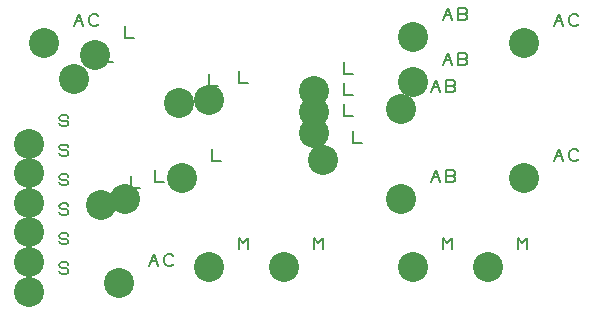
<source format=gbr>
%FSLAX23Y23*%
%MOIN*%
G04 EasyPC Gerber Version 16.0.6 Build 3249 *
%ADD10C,0.00500*%
%ADD110C,0.10000*%
X0Y0D02*
D02*
D10*
X153Y257D02*
X156Y250D01*
X163Y247*
X175*
X181Y250*
X184Y257*
X181Y263*
X175Y266*
X163*
X156Y269*
X153Y275*
X156Y282*
X163Y285*
X175*
X181Y282*
X184Y275*
X153Y355D02*
X156Y349D01*
X163Y346*
X175*
X181Y349*
X184Y355*
X181Y361*
X175Y364*
X163*
X156Y368*
X153Y374*
X156Y380*
X163Y383*
X175*
X181Y380*
X184Y374*
X153Y453D02*
X156Y447D01*
X163Y444*
X175*
X181Y447*
X184Y453*
X181Y460*
X175Y463*
X163*
X156Y466*
X153Y472*
X156Y478*
X163Y482*
X175*
X181Y478*
X184Y472*
X153Y552D02*
X156Y546D01*
X163Y542*
X175*
X181Y546*
X184Y552*
X181Y558*
X175Y561*
X163*
X156Y564*
X153Y571*
X156Y577*
X163Y580*
X175*
X181Y577*
X184Y571*
X153Y650D02*
X156Y644D01*
X163Y641*
X175*
X181Y644*
X184Y650*
X181Y657*
X175Y660*
X163*
X156Y663*
X153Y669*
X156Y675*
X163Y678*
X175*
X181Y675*
X184Y669*
X153Y749D02*
X156Y742D01*
X163Y739*
X175*
X181Y742*
X184Y749*
X181Y755*
X175Y758*
X163*
X156Y761*
X153Y767*
X156Y774*
X163Y777*
X175*
X181Y774*
X184Y767*
X203Y1074D02*
X218Y1112D01*
X234Y1074*
X209Y1090D02*
X228D01*
X284Y1081D02*
X281Y1077D01*
X274Y1074*
X265*
X259Y1077*
X256Y1081*
X253Y1087*
Y1099*
X256Y1106*
X259Y1109*
X265Y1112*
X274*
X281Y1109*
X284Y1106*
X303Y992D02*
Y954D01*
X334*
X373Y1072D02*
Y1034D01*
X404*
X393Y572D02*
Y534D01*
X424*
X453Y274D02*
X468Y312D01*
X484Y274*
X459Y290D02*
X477D01*
X534Y281D02*
X531Y278D01*
X524Y274*
X515*
X509Y278*
X506Y281*
X502Y287*
Y299*
X506Y306*
X509Y309*
X515Y312*
X524*
X531Y309*
X534Y306*
X473Y592D02*
Y554D01*
X504*
X653Y912D02*
Y874D01*
X684*
X663Y662D02*
Y624D01*
X694*
X752Y331D02*
Y368D01*
X767Y349*
X783Y368*
Y331*
X753Y922D02*
Y884D01*
X784*
X1002Y331D02*
Y368D01*
X1017Y349*
X1033Y368*
Y331*
X1103Y812D02*
Y774D01*
X1134*
X1103Y882D02*
Y844D01*
X1134*
X1103Y952D02*
Y914D01*
X1134*
X1133Y722D02*
Y684D01*
X1164*
X1393Y554D02*
X1408Y592D01*
X1424Y554*
X1399Y570D02*
X1418D01*
X1464Y573D02*
X1471Y570D01*
X1474Y564*
X1471Y558*
X1464Y554*
X1443*
Y592*
X1464*
X1471Y589*
X1474Y583*
X1471Y576*
X1464Y573*
X1443*
X1393Y854D02*
X1408Y892D01*
X1424Y854*
X1399Y870D02*
X1418D01*
X1464Y873D02*
X1471Y870D01*
X1474Y864*
X1471Y858*
X1464Y854*
X1443*
Y892*
X1464*
X1471Y889*
X1474Y883*
X1471Y876*
X1464Y873*
X1443*
X1432Y331D02*
Y368D01*
X1447Y349*
X1463Y368*
Y331*
X1433Y944D02*
X1448Y982D01*
X1464Y944*
X1439Y960D02*
X1458D01*
X1504Y963D02*
X1511Y960D01*
X1514Y954*
X1511Y948*
X1504Y944*
X1483*
Y982*
X1504*
X1511Y979*
X1514Y973*
X1511Y966*
X1504Y963*
X1483*
X1433Y1094D02*
X1448Y1132D01*
X1464Y1094*
X1439Y1110D02*
X1458D01*
X1504Y1113D02*
X1511Y1110D01*
X1514Y1104*
X1511Y1098*
X1504Y1094*
X1483*
Y1132*
X1504*
X1511Y1129*
X1514Y1123*
X1511Y1116*
X1504Y1113*
X1483*
X1682Y331D02*
Y368D01*
X1697Y349*
X1713Y368*
Y331*
X1803Y624D02*
X1818Y662D01*
X1834Y624*
X1809Y640D02*
X1828D01*
X1884Y631D02*
X1881Y627D01*
X1874Y624*
X1865*
X1859Y627*
X1856Y631*
X1853Y637*
Y649*
X1856Y656*
X1859Y659*
X1865Y662*
X1874*
X1881Y659*
X1884Y656*
X1803Y1074D02*
X1818Y1112D01*
X1834Y1074*
X1809Y1090D02*
X1828D01*
X1884Y1081D02*
X1881Y1077D01*
X1874Y1074*
X1865*
X1859Y1077*
X1856Y1081*
X1853Y1087*
Y1099*
X1856Y1106*
X1859Y1109*
X1865Y1112*
X1874*
X1881Y1109*
X1884Y1106*
D02*
D110*
X53Y188D03*
Y286D03*
Y385D03*
Y483D03*
Y582D03*
Y680D03*
X103Y1015D03*
X203Y895D03*
X273Y975D03*
X293Y475D03*
X353Y215D03*
X373Y495D03*
X553Y815D03*
X563Y565D03*
X652Y271D03*
X653Y825D03*
X902Y271D03*
X1002Y715D03*
Y785D03*
Y855D03*
X1033Y625D03*
X1293Y495D03*
Y795D03*
X1332Y271D03*
X1333Y885D03*
Y1035D03*
X1582Y271D03*
X1703Y565D03*
Y1015D03*
X0Y0D02*
M02*

</source>
